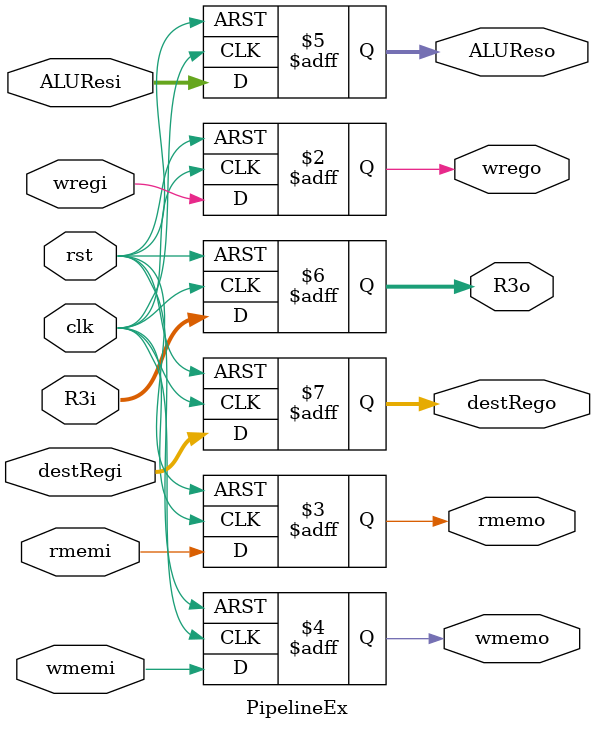
<source format=sv>
module PipelineEx( input clk, rst,
						input wmemi,rmemi,wregi,input[31:0]ALUResi,R3i,input[3:0]destRegi,
						output logic wrego,rmemo,wmemo,output logic[31:0]ALUReso,R3o,
						output logic[3:0] destRego);
	always_ff@(posedge clk or posedge rst)
		if(rst) begin
		ALUReso = 32'h00;
		R3o = 32'h00;
		destRego = 4'b0000;
		wrego = 1'b0;
		wmemo = 1'b0;
		rmemo = 1'b0;
		end
		else begin
		ALUReso = ALUResi;
		R3o = R3i;
		destRego = destRegi;
		wrego = wregi;
		wmemo = wmemi;
		rmemo = rmemi;
		end
endmodule 
</source>
